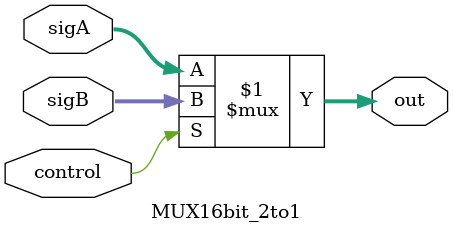
<source format=v>
module MUX16bit_2to1(
    input [15:0] sigA,
    input [15:0] sigB,
    input control,

    output [15:0] out
);

assign out = control ? sigB : sigA;

endmodule
</source>
